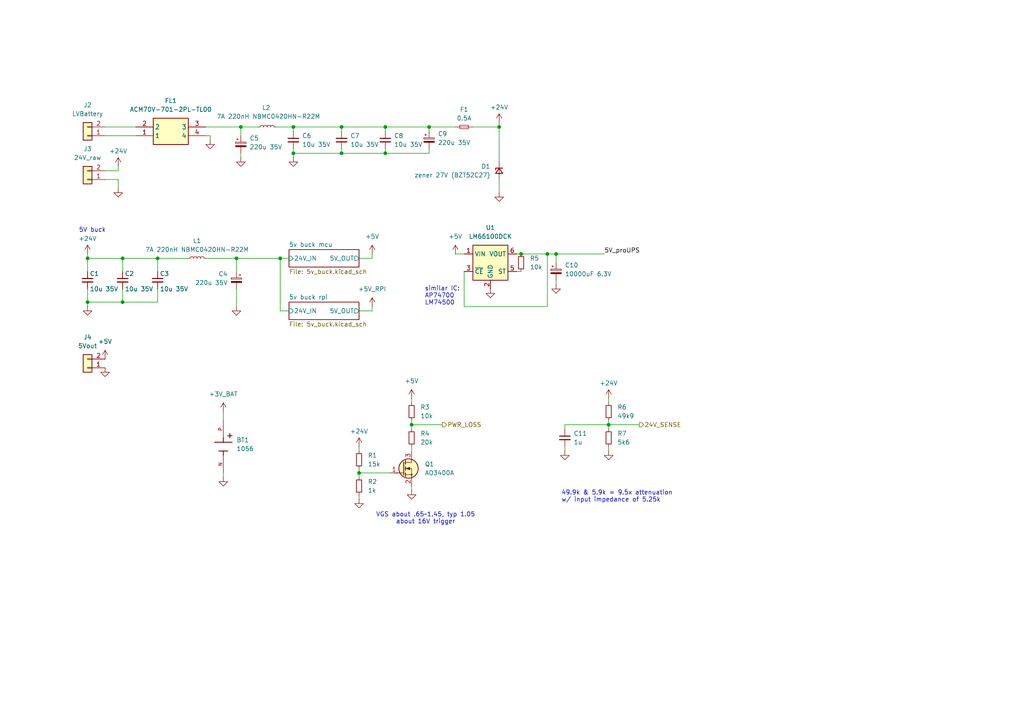
<source format=kicad_sch>
(kicad_sch (version 20250114) (generator "eeschema") (generator_version "9.0")
  (paper "A4")
  (title_block (title "VCU") (date "2025-06-29") (rev "3.0") (company "NTURacing") (comment 1 " 郭哲明 Jack Kuo, Jerrymk, ML Tsou") (comment 2 "Electrical group"))
  (lib_symbols
    (symbol "Connector_Generic:Conn_01x02" (pin_names (offset 1.016) (hide yes))
      (property "Reference" "J" (at 0 2.54 0))
      (property "Value" "Conn_01x02" (at 0 -5.08 0))
      (symbol "Conn_01x02_1_1"
        (rectangle (start -1.27 1.27) (end 1.27 -3.81) (stroke (width 0.254)) (fill (type background)))
        (rectangle (start -1.27 0.127) (end 0 -0.127) (stroke (width 0.1524)))
        (rectangle (start -1.27 -2.413) (end 0 -2.667) (stroke (width 0.1524)))
        (pin passive line (at -5.08 0 0) (length 3.81) (name "Pin_1") (number "1"))
        (pin passive line (at -5.08 -2.54 0) (length 3.81) (name "Pin_2") (number "2"))
      )
    )
    (symbol "Device:C_Polarized_Small" (pin_numbers (hide yes)) (pin_names (offset 0.254) (hide yes))
      (property "Reference" "C" (at 0.254 1.778 0))
      (property "Value" "C_Polarized_Small" (at 0.254 -2.032 0))
      (symbol "C_Polarized_Small_0_1"
        (rectangle (start -1.524 0.6858) (end 1.524 0.3048))
        (rectangle (start -1.524 -0.3048) (end 1.524 -0.6858) (fill (type outline)))
        (polyline (pts (xy -1.27 1.524) (xy -0.762 1.524)))
        (polyline (pts (xy -1.016 1.27) (xy -1.016 1.778)))
      )
      (symbol "C_Polarized_Small_1_1"
        (pin passive line (at 0 2.54 270) (length 1.8542) (name "~") (number "1"))
        (pin passive line (at 0 -2.54 90) (length 1.8542) (name "~") (number "2"))
      )
    )
    (symbol "Device:C_Small" (pin_numbers (hide yes)) (pin_names (offset 0.254) (hide yes))
      (property "Reference" "C" (at 0.254 1.778 0))
      (property "Value" "C_Small" (at 0.254 -2.032 0))
      (symbol "C_Small_0_1"
        (polyline (pts (xy -1.524 0.508) (xy 1.524 0.508)) (stroke (width 0.3048)))
        (polyline (pts (xy -1.524 -0.508) (xy 1.524 -0.508)) (stroke (width 0.3302)))
      )
      (symbol "C_Small_1_1"
        (pin passive line (at 0 2.54 270) (length 2.032) (name "~") (number "1"))
        (pin passive line (at 0 -2.54 90) (length 2.032) (name "~") (number "2"))
      )
    )
    (symbol "Device:D_Zener_Small" (pin_numbers (hide yes)) (pin_names (offset 0.254) (hide yes))
      (property "Reference" "D" (at 0 2.286 0))
      (property "Value" "D_Zener_Small" (at 0 -2.286 0))
      (symbol "D_Zener_Small_0_1"
        (polyline (pts (xy -0.254 1.016) (xy -0.762 1.016) (xy -0.762 -1.016)) (stroke (width 0.254)))
        (polyline (pts (xy 0.762 1.016) (xy -0.762 0) (xy 0.762 -1.016) (xy 0.762 1.016)) (stroke (width 0.254)))
        (polyline (pts (xy 0.762 0) (xy -0.762 0)))
      )
      (symbol "D_Zener_Small_1_1"
        (pin passive line (at -2.54 0 0) (length 1.778) (name "K") (number "1"))
        (pin passive line (at 2.54 0 180) (length 1.778) (name "A") (number "2"))
      )
    )
    (symbol "Device:Fuse_Small" (pin_numbers (hide yes)) (pin_names (offset 0.254) (hide yes))
      (property "Reference" "F" (at 0 -1.524 0))
      (property "Value" "Fuse_Small" (at 0 1.524 0))
      (symbol "Fuse_Small_0_1"
        (rectangle (start -1.27 0.508) (end 1.27 -0.508))
        (polyline (pts (xy -1.27 0) (xy 1.27 0)))
      )
      (symbol "Fuse_Small_1_1"
        (pin passive line (at -2.54 0 0) (length 1.27) (name "~") (number "1"))
        (pin passive line (at 2.54 0 180) (length 1.27) (name "~") (number "2"))
      )
    )
    (symbol "Device:L_Small" (pin_numbers (hide yes)) (pin_names (offset 0.254) (hide yes))
      (property "Reference" "L" (at 0.762 1.016 0))
      (property "Value" "L_Small" (at 0.762 -1.016 0))
      (symbol "L_Small_0_1"
        (arc (start 0 2.032) (mid 0.5058 1.524) (end 0 1.016))
        (arc (start 0 1.016) (mid 0.5058 0.508) (end 0 0))
        (arc (start 0 0) (mid 0.5058 -0.508) (end 0 -1.016))
        (arc (start 0 -1.016) (mid 0.5058 -1.524) (end 0 -2.032))
      )
      (symbol "L_Small_1_1"
        (pin passive line (at 0 2.54 270) (length 0.508) (name "~") (number "1"))
        (pin passive line (at 0 -2.54 90) (length 0.508) (name "~") (number "2"))
      )
    )
    (symbol "Device:R_Small" (pin_numbers (hide yes)) (pin_names (offset 0.254) (hide yes))
      (property "Reference" "R" (at 0.762 0.508 0))
      (property "Value" "R_Small" (at 0.762 -1.016 0))
      (symbol "R_Small_0_1"
        (rectangle (start -0.762 1.778) (end 0.762 -1.778) (stroke (width 0.2032)))
      )
      (symbol "R_Small_1_1"
        (pin passive line (at 0 2.54 270) (length 0.762) (name "~") (number "1"))
        (pin passive line (at 0 -2.54 90) (length 0.762) (name "~") (number "2"))
      )
    )
    (symbol "PCM_Transistor_MOSFET_AKL:AO3400A" (pin_names (hide yes))
      (property "Reference" "Q" (at 5.08 1.27 0))
      (property "Value" "AO3400A" (at 5.08 -1.27 0))
      (symbol "AO3400A_0_1"
        (polyline (pts (xy 0.254 1.905) (xy 0.254 -1.905)) (stroke (width 0.254)))
        (polyline (pts (xy 0.254 -1.27) (xy -2.54 -1.27)))
        (polyline (pts (xy 0.762 2.286) (xy 0.762 1.27)) (stroke (width 0.254)))
        (polyline (pts (xy 0.762 0.508) (xy 0.762 -0.508)) (stroke (width 0.254)))
        (polyline (pts (xy 0.762 -1.27) (xy 0.762 -2.286)) (stroke (width 0.254)))
        (polyline (pts (xy 0.762 -1.778) (xy 2.54 -1.778)))
        (polyline (pts (xy 1.016 0) (xy 2.032 0.381) (xy 2.032 -0.381) (xy 1.016 0)) (fill (type outline)))
        (circle (center 1.651 0) (radius 2.794) (stroke (width 0.254)) (fill (type background)))
        (polyline (pts (xy 2.54 2.54) (xy 2.54 1.778)))
        (polyline (pts (xy 2.54 1.778) (xy 0.762 1.778)))
        (circle (center 2.54 -1.778) (radius 0.1778) (fill (type outline)))
        (polyline (pts (xy 2.54 -2.54) (xy 2.54 0) (xy 0.762 0)))
      )
      (symbol "AO3400A_1_1"
        (pin input line (at -3.81 -1.27 0) (length 2.54) (name "G") (number "1"))
        (pin passive line (at 2.54 5.08 270) (length 2.54) (name "D") (number "3"))
        (pin passive line (at 2.54 -5.08 90) (length 2.54) (name "S") (number "2"))
      )
    )
    (symbol "Power_Management:LM66100DCK"
      (property "Reference" "U" (at -5.08 6.096 0))
      (property "Value" "LM66100DCK" (at 0.254 -6.35 0))
      (symbol "LM66100DCK_0_1"
        (rectangle (start -5.08 5.08) (end 5.08 -5.08) (stroke (width 0.254)) (fill (type background)))
      )
      (symbol "LM66100DCK_1_1"
        (pin power_in line (at -7.62 2.54 0) (length 2.54) (name "VIN") (number "1"))
        (pin input line (at -7.62 -2.54 0) (length 2.54) (name "~{CE}") (number "3"))
        (pin no_connect line (at 0 5.08 270) (length 2.54) (hide yes) (name "NC") (number "4"))
        (pin power_in line (at 0 -7.62 90) (length 2.54) (name "GND") (number "2"))
        (pin power_out line (at 7.62 2.54 180) (length 2.54) (name "VOUT") (number "6"))
        (pin open_collector line (at 7.62 -2.54 180) (length 2.54) (name "ST") (number "5"))
      )
    )
    (symbol "R_Small_1" (pin_numbers (hide yes)) (pin_names (offset 0.254) (hide yes))
      (property "Reference" "R" (at 0 0 90))
      (property "Value" "R_Small" (at 1.778 0 90))
      (symbol "R_Small_1_0_1"
        (rectangle (start -0.762 1.778) (end 0.762 -1.778) (stroke (width 0.2032)))
      )
      (symbol "R_Small_1_1_1"
        (pin passive line (at 0 2.54 270) (length 0.762) (name "~") (number "1"))
        (pin passive line (at 0 -2.54 90) (length 0.762) (name "~") (number "2"))
      )
    )
    (symbol "R_Small_2" (pin_numbers (hide yes)) (pin_names (offset 0.254) (hide yes))
      (property "Reference" "R" (at 0 0 90))
      (property "Value" "R_Small" (at 1.778 0 90))
      (symbol "R_Small_2_0_1"
        (rectangle (start -0.762 1.778) (end 0.762 -1.778) (stroke (width 0.2032)))
      )
      (symbol "R_Small_2_1_1"
        (pin passive line (at 0 2.54 270) (length 0.762) (name "~") (number "1"))
        (pin passive line (at 0 -2.54 90) (length 0.762) (name "~") (number "2"))
      )
    )
    (symbol "R_Small_3" (pin_numbers (hide yes)) (pin_names (offset 0.254) (hide yes))
      (property "Reference" "R" (at 0 0 90))
      (property "Value" "R_Small" (at 1.778 0 90))
      (symbol "R_Small_3_0_1"
        (rectangle (start -0.762 1.778) (end 0.762 -1.778) (stroke (width 0.2032)))
      )
      (symbol "R_Small_3_1_1"
        (pin passive line (at 0 2.54 270) (length 0.762) (name "~") (number "1"))
        (pin passive line (at 0 -2.54 90) (length 0.762) (name "~") (number "2"))
      )
    )
    (symbol "R_Small_4" (pin_numbers (hide yes)) (pin_names (offset 0.254) (hide yes))
      (property "Reference" "R" (at 0 0 90))
      (property "Value" "R_Small" (at 1.778 0 90))
      (symbol "R_Small_4_0_1"
        (rectangle (start -0.762 1.778) (end 0.762 -1.778) (stroke (width 0.2032)))
      )
      (symbol "R_Small_4_1_1"
        (pin passive line (at 0 2.54 270) (length 0.762) (name "~") (number "1"))
        (pin passive line (at 0 -2.54 90) (length 0.762) (name "~") (number "2"))
      )
    )
    (symbol "SamacSys_Parts_EP6:ACM70V-701-2PL-TL00"
      (property "Reference" "FL" (at 16.51 7.62 0))
      (property "Value" "ACM70V-701-2PL-TL00" (at 16.51 5.08 0))
      (symbol "ACM70V-701-2PL-TL00_1_1"
        (rectangle (start 5.08 2.54) (end 15.24 -5.08) (stroke (width 0.254)) (fill (type background)))
        (pin passive line (at 0 0 0) (length 5.08) (name "1") (number "1"))
        (pin passive line (at 0 -2.54 0) (length 5.08) (name "2") (number "2"))
        (pin passive line (at 20.32 0 180) (length 5.08) (name "4") (number "4"))
        (pin passive line (at 20.32 -2.54 180) (length 5.08) (name "3") (number "3"))
      )
    )
    (symbol "nturt_kicad_lib:1056" (pin_names (offset 1.016))
      (property "Reference" "BT" (at -3.81 3.81 0))
      (property "Value" "1056" (at -3.81 -5.08 0))
      (symbol "1056_0_0"
        (polyline (pts (xy -3.81 1.905) (xy -2.54 1.905)) (stroke (width 0.254)))
        (polyline (pts (xy -3.175 2.54) (xy -3.175 1.27)) (stroke (width 0.254)))
        (polyline (pts (xy -1.27 2.54) (xy -1.27 0)) (stroke (width 0.254)))
        (polyline (pts (xy -1.27 0) (xy -2.54 0)) (stroke (width 0.254)))
        (polyline (pts (xy -1.27 0) (xy -1.27 -2.54)) (stroke (width 0.254)))
        (polyline (pts (xy 1.27 1.27) (xy 1.27 0)) (stroke (width 0.254)))
        (polyline (pts (xy 1.27 0) (xy 1.27 -1.27)) (stroke (width 0.254)))
        (polyline (pts (xy 1.27 0) (xy 2.54 0)) (stroke (width 0.254)))
        (pin passive line (at -7.62 0 0) (length 5.08) (name "~") (number "P"))
        (pin passive line (at 7.62 0 180) (length 5.08) (name "~") (number "N"))
      )
    )
    (symbol "power:+24V" (power) (pin_numbers (hide yes)) (pin_names (offset 0) (hide yes))
      (property "Value" "+24V" (at 0 3.556 0))
      (symbol "+24V_0_1"
        (polyline (pts (xy -0.762 1.27) (xy 0 2.54)))
        (polyline (pts (xy 0 2.54) (xy 0.762 1.27)))
        (polyline (pts (xy 0 0) (xy 0 2.54)))
      )
      (symbol "+24V_1_1"
        (pin power_in line (at 0 0 90) (length 0) (name "~") (number "1"))
      )
    )
    (symbol "power:+5V" (power) (pin_numbers (hide yes)) (pin_names (offset 0) (hide yes))
      (property "Value" "+5V" (at 0 3.556 0))
      (symbol "+5V_0_1"
        (polyline (pts (xy -0.762 1.27) (xy 0 2.54)))
        (polyline (pts (xy 0 2.54) (xy 0.762 1.27)))
        (polyline (pts (xy 0 0) (xy 0 2.54)))
      )
      (symbol "+5V_1_1"
        (pin power_in line (at 0 0 90) (length 0) (name "~") (number "1"))
      )
    )
    (symbol "power:GND" (power) (pin_numbers (hide yes)) (pin_names (offset 0) (hide yes))
      (property "Value" "GND" (at 0 -3.81 0))
      (symbol "GND_0_1"
        (polyline (pts (xy 0 0) (xy 0 -1.27) (xy 1.27 -1.27) (xy 0 -2.54) (xy -1.27 -1.27) (xy 0 -1.27)))
      )
      (symbol "GND_1_1"
        (pin power_in line (at 0 0 270) (length 0) (name "~") (number "1"))
      )
    )
  )
  (text "similar IC:\nAP74700\nLM74500" (at 123.19 85.852 0) (effects (font (size 1.27 1.27)) (justify left)))
  (text "5V buck" (at 22.86 67.564 0) (effects (font (size 1.27 1.27)) (justify left bottom)))
  (text "49.9k & 5.9k = 9.5x attenuation \nw/ input impedance of 5.25k" (at 162.814 145.796 0) (effects (font (size 1.27 1.27)) (justify left bottom)))
  (text "VGS about .65~1.45, typ 1.05\nabout 16V trigger" (at 123.444 150.368 0) (effects (font (size 1.27 1.27))))
  (junction (at 68.58 74.93))
  (junction (at 111.76 36.83))
  (junction (at 25.4 87.63))
  (junction (at 99.06 36.83))
  (junction (at 45.72 74.93))
  (junction (at 111.76 44.45))
  (junction (at 161.29 73.66))
  (junction (at 119.38 123.19))
  (junction (at 25.4 74.93))
  (junction (at 81.28 74.93))
  (junction (at 151.13 73.66))
  (junction (at 104.14 137.16))
  (junction (at 85.09 44.45))
  (junction (at 99.06 44.45))
  (junction (at 85.09 36.83))
  (junction (at 144.78 36.83))
  (junction (at 35.56 87.63))
  (junction (at 124.46 36.83))
  (junction (at 69.85 36.83))
  (junction (at 158.75 73.66))
  (junction (at 176.53 123.19))
  (junction (at 35.56 74.93))
  (wire (pts (xy 35.56 74.93) (xy 45.72 74.93)))
  (wire (pts (xy 111.76 44.45) (xy 111.76 43.18)))
  (wire (pts (xy 134.62 78.74) (xy 134.62 88.9)))
  (wire (pts (xy 151.13 73.66) (xy 158.75 73.66)))
  (wire (pts (xy 158.75 88.9) (xy 158.75 73.66)))
  (wire (pts (xy 81.28 74.93) (xy 83.82 74.93)))
  (wire (pts (xy 34.29 52.07) (xy 34.29 54.61)))
  (wire (pts (xy 59.69 36.83) (xy 69.85 36.83)))
  (wire (pts (xy 99.06 38.1) (xy 99.06 36.83)))
  (wire (pts (xy 124.46 36.83) (xy 132.08 36.83)))
  (wire (pts (xy 163.83 124.46) (xy 163.83 123.19)))
  (wire (pts (xy 35.56 87.63) (xy 45.72 87.63)))
  (wire (pts (xy 124.46 36.83) (xy 124.46 38.1)))
  (wire (pts (xy 134.62 88.9) (xy 158.75 88.9)))
  (wire (pts (xy 68.58 83.82) (xy 68.58 88.9)))
  (wire (pts (xy 25.4 74.93) (xy 35.56 74.93)))
  (wire (pts (xy 68.58 74.93) (xy 68.58 78.74)))
  (wire (pts (xy 25.4 83.82) (xy 25.4 87.63)))
  (wire (pts (xy 119.38 123.19) (xy 119.38 124.46)))
  (wire (pts (xy 104.14 90.17) (xy 107.95 90.17)))
  (wire (pts (xy 85.09 38.1) (xy 85.09 36.83)))
  (wire (pts (xy 144.78 35.56) (xy 144.78 36.83)))
  (wire (pts (xy 25.4 87.63) (xy 35.56 87.63)))
  (wire (pts (xy 59.69 74.93) (xy 68.58 74.93)))
  (wire (pts (xy 119.38 115.57) (xy 119.38 116.84)))
  (wire (pts (xy 149.86 73.66) (xy 151.13 73.66)))
  (wire (pts (xy 81.28 74.93) (xy 81.28 90.17)))
  (wire (pts (xy 69.85 39.37) (xy 69.85 36.83)))
  (wire (pts (xy 104.14 74.93) (xy 107.95 74.93)))
  (wire (pts (xy 25.4 88.9) (xy 25.4 87.63)))
  (wire (pts (xy 107.95 88.9) (xy 107.95 90.17)))
  (wire (pts (xy 107.95 73.66) (xy 107.95 74.93)))
  (wire (pts (xy 163.83 123.19) (xy 176.53 123.19)))
  (wire (pts (xy 111.76 44.45) (xy 124.46 44.45)))
  (wire (pts (xy 119.38 129.54) (xy 119.38 130.81)))
  (wire (pts (xy 161.29 73.66) (xy 175.26 73.66)))
  (wire (pts (xy 161.29 82.55) (xy 161.29 81.28)))
  (wire (pts (xy 176.53 121.92) (xy 176.53 123.19)))
  (wire (pts (xy 144.78 46.99) (xy 144.78 36.83)))
  (wire (pts (xy 64.77 137.16) (xy 64.77 138.43)))
  (wire (pts (xy 119.38 123.19) (xy 128.27 123.19)))
  (wire (pts (xy 85.09 36.83) (xy 80.01 36.83)))
  (wire (pts (xy 45.72 78.74) (xy 45.72 74.93)))
  (wire (pts (xy 85.09 45.72) (xy 85.09 44.45)))
  (wire (pts (xy 99.06 36.83) (xy 111.76 36.83)))
  (wire (pts (xy 34.29 48.26) (xy 34.29 49.53)))
  (wire (pts (xy 35.56 78.74) (xy 35.56 74.93)))
  (wire (pts (xy 99.06 44.45) (xy 111.76 44.45)))
  (wire (pts (xy 111.76 36.83) (xy 124.46 36.83)))
  (wire (pts (xy 119.38 121.92) (xy 119.38 123.19)))
  (wire (pts (xy 30.48 36.83) (xy 39.37 36.83)))
  (wire (pts (xy 176.53 129.54) (xy 176.53 130.81)))
  (wire (pts (xy 68.58 74.93) (xy 81.28 74.93)))
  (wire (pts (xy 99.06 44.45) (xy 99.06 43.18)))
  (wire (pts (xy 176.53 123.19) (xy 176.53 124.46)))
  (wire (pts (xy 119.38 142.24) (xy 119.38 140.97)))
  (wire (pts (xy 132.08 73.66) (xy 134.62 73.66)))
  (wire (pts (xy 69.85 36.83) (xy 74.93 36.83)))
  (wire (pts (xy 104.14 137.16) (xy 113.03 137.16)))
  (wire (pts (xy 163.83 129.54) (xy 163.83 130.81)))
  (wire (pts (xy 104.14 135.89) (xy 104.14 137.16)))
  (wire (pts (xy 161.29 76.2) (xy 161.29 73.66)))
  (wire (pts (xy 45.72 83.82) (xy 45.72 87.63)))
  (wire (pts (xy 85.09 44.45) (xy 85.09 43.18)))
  (wire (pts (xy 176.53 123.19) (xy 185.42 123.19)))
  (wire (pts (xy 60.96 39.37) (xy 59.69 39.37)))
  (wire (pts (xy 64.77 119.38) (xy 64.77 121.92)))
  (wire (pts (xy 104.14 129.54) (xy 104.14 130.81)))
  (wire (pts (xy 85.09 36.83) (xy 99.06 36.83)))
  (wire (pts (xy 34.29 49.53) (xy 30.48 49.53)))
  (wire (pts (xy 158.75 73.66) (xy 161.29 73.66)))
  (wire (pts (xy 69.85 45.72) (xy 69.85 44.45)))
  (wire (pts (xy 83.82 90.17) (xy 81.28 90.17)))
  (wire (pts (xy 144.78 55.88) (xy 144.78 52.07)))
  (wire (pts (xy 25.4 73.66) (xy 25.4 74.93)))
  (wire (pts (xy 111.76 38.1) (xy 111.76 36.83)))
  (wire (pts (xy 30.48 39.37) (xy 39.37 39.37)))
  (wire (pts (xy 176.53 116.84) (xy 176.53 115.57)))
  (wire (pts (xy 104.14 144.78) (xy 104.14 143.51)))
  (wire (pts (xy 45.72 74.93) (xy 54.61 74.93)))
  (wire (pts (xy 30.48 52.07) (xy 34.29 52.07)))
  (wire (pts (xy 60.96 40.64) (xy 60.96 39.37)))
  (wire (pts (xy 35.56 83.82) (xy 35.56 87.63)))
  (wire (pts (xy 124.46 44.45) (xy 124.46 43.18)))
  (wire (pts (xy 25.4 78.74) (xy 25.4 74.93)))
  (wire (pts (xy 85.09 44.45) (xy 99.06 44.45)))
  (wire (pts (xy 104.14 138.43) (xy 104.14 137.16)))
  (wire (pts (xy 137.16 36.83) (xy 144.78 36.83)))
  (wire (pts (xy 149.86 78.74) (xy 151.13 78.74)))
  (label "5V_proUPS" (at 175.26 73.66 0))
  (hierarchical_label "24V_SENSE" (shape output) (at 185.42 123.19 0))
  (hierarchical_label "PWR_LOSS" (shape output) (at 128.27 123.19 0))
  (symbol (lib_id "power:+5V") (at 132.08 73.66 0) (mirror y) (unit 1)
    (property "Reference" "#PWR020" (effects (hide yes)))
    (property "Value" "+5V" (at 132.08 68.58 0))
    (property "Description" "Power symbol creates a global label with name \"+5V\"" (effects (hide yes)))
  )
  (symbol (lib_id "Device:D_Zener_Small") (at 144.78 49.53 90) (mirror x) (unit 1)
    (property "Reference" "D1" (at 142.24 48.26 90) (effects (justify left)))
    (property "Value" "zener 27V (BZT52C27)" (at 142.24 50.8 90) (effects (justify left)))
    (property "Footprint" "Diode_SMD:D_SOD-123" (effects (hide yes)))
    (property "Description" "Zener diode, small symbol" (effects (hide yes)))
  )
  (symbol (lib_id "power:GND") (at 64.77 138.43 0) (unit 1)
    (property "Reference" "#PWR010" (effects (hide yes)))
    (property "Value" "GND" (effects (hide yes)))
    (property "Description" "Power symbol creates a global label with name \"GND\" , ground" (effects (hide yes)))
  )
  (symbol (lib_id "Device:C_Polarized_Small") (at 68.58 81.28 0) (mirror y) (unit 1)
    (property "Reference" "C4" (at 66.04 79.4639 0) (effects (justify left)))
    (property "Value" "220u 35V" (at 66.04 82.0039 0) (effects (justify left)))
    (property "Footprint" "Capacitor_THT:CP_Radial_D8.0mm_P3.80mm" (effects (hide yes)))
    (property "Description" "Polarized capacitor, small symbol" (effects (hide yes)))
  )
  (symbol (lib_id "power:GND") (at 68.58 88.9 0) (unit 1)
    (property "Reference" "#PWR011" (effects (hide yes)))
    (property "Value" "GND" (effects (hide yes)))
    (property "Description" "Power symbol creates a global label with name \"GND\" , ground" (effects (hide yes)))
  )
  (symbol (lib_id "Connector_Generic:Conn_01x02") (at 25.4 39.37 180) (unit 1)
    (property "Reference" "J2" (at 25.4 30.48 0))
    (property "Value" "LVBattery" (at 25.4 33.02 0))
    (property "Footprint" "Connector_JST:JST_XH_B2B-XH-A_1x02_P2.50mm_Vertical" (effects (hide yes)))
    (property "Description" "Generic connector, single row, 01x02, script generated (kicad-library-utils/schlib/autogen/connector/)" (effects (hide yes)))
  )
  (symbol (lib_id "power:+24V") (at 34.29 48.26 0) (unit 1)
    (property "Reference" "#PWR06" (effects (hide yes)))
    (property "Value" "+24V" (at 34.29 43.815 0))
    (property "Description" "Power symbol creates a global label with name \"+24V\"" (effects (hide yes)))
  )
  (symbol (lib_id "power:+5V") (at 107.95 88.9 0) (unit 1)
    (property "Reference" "#PWR017" (effects (hide yes)))
    (property "Value" "+5V_RPI" (at 107.95 83.82 0))
    (property "Description" "Power symbol creates a global label with name \"+5V\"" (effects (hide yes)))
  )
  (symbol (lib_id "nturt_kicad_lib:1056") (at 64.77 129.54 270) (unit 1)
    (property "Reference" "BT1" (at 68.58 127.6349 90) (effects (justify left)))
    (property "Value" "1056" (at 68.58 130.1749 90) (effects (justify left)))
    (property "Footprint" "nturt_kicad_lib_EP6:BAT_1056" (effects (hide yes)))
    (property "PARTREV" "D" (effects (hide yes)))
    (property "STANDARD" "Manufacturer Recommendations" (effects (hide yes)))
    (property "SNAPEDA_PN" "1056" (effects (hide yes)))
    (property "MAXIMUM_PACKAGE_HEIGHT" "3.99mm" (effects (hide yes)))
    (property "MANUFACTURER" "Keystone" (effects (hide yes)))
  )
  (symbol (lib_id "Device:C_Small") (at 35.56 81.28 0) (unit 1)
    (property "Reference" "C2" (at 36.195 79.375 0) (effects (justify left)))
    (property "Value" "10u 35V" (at 36.195 83.82 0) (effects (justify left)))
    (property "Footprint" "Capacitor_SMD:C_1206_3216Metric" (effects (hide yes)))
    (property "Description" "Unpolarized capacitor, small symbol" (effects (hide yes)))
  )
  (symbol (lib_id "power:GND") (at 142.24 83.82 0) (unit 1)
    (property "Reference" "#PWR021" (effects (hide yes)))
    (property "Value" "GND" (effects (hide yes)))
    (property "Description" "Power symbol creates a global label with name \"GND\" , ground" (effects (hide yes)))
  )
  (symbol (lib_id "Device:C_Small") (at 163.83 127 0) (unit 1)
    (property "Reference" "C11" (at 166.37 125.73 0) (effects (justify left)))
    (property "Value" "1u" (at 166.37 128.27 0) (effects (justify left)))
    (property "Footprint" "Capacitor_SMD:C_0402_1005Metric" (effects (hide yes)))
    (property "Description" "Unpolarized capacitor, small symbol" (effects (hide yes)))
  )
  (symbol (lib_id "Device:C_Small") (at 85.09 40.64 0) (unit 1)
    (property "Reference" "C6" (at 87.63 39.3762 0) (effects (justify left)))
    (property "Value" "10u 35V" (at 87.63 41.9162 0) (effects (justify left)))
    (property "Footprint" "Capacitor_SMD:C_1206_3216Metric" (effects (hide yes)))
    (property "Description" "Unpolarized capacitor, small symbol" (effects (hide yes)))
  )
  (symbol (lib_id "power:GND") (at 119.38 142.24 0) (unit 1)
    (property "Reference" "#PWR019" (effects (hide yes)))
    (property "Value" "GND" (effects (hide yes)))
    (property "Description" "Power symbol creates a global label with name \"GND\" , ground" (effects (hide yes)))
  )
  (symbol (lib_id "power:+5V") (at 64.77 119.38 0) (mirror y) (unit 1)
    (property "Reference" "#PWR09" (effects (hide yes)))
    (property "Value" "+3V_BAT" (at 64.77 114.3 0))
    (property "Description" "Power symbol creates a global label with name \"+5V\"" (effects (hide yes)))
  )
  (symbol (lib_id "Device:C_Small") (at 45.72 81.28 0) (unit 1)
    (property "Reference" "C3" (at 46.355 79.375 0) (effects (justify left)))
    (property "Value" "10u 35V" (at 46.355 83.82 0) (effects (justify left)))
    (property "Footprint" "Capacitor_SMD:C_1206_3216Metric" (effects (hide yes)))
    (property "Description" "Unpolarized capacitor, small symbol" (effects (hide yes)))
  )
  (symbol (lib_id "power:+24V") (at 144.78 35.56 0) (unit 1)
    (property "Reference" "#PWR022" (effects (hide yes)))
    (property "Value" "+24V" (at 144.78 31.115 0))
    (property "Description" "Power symbol creates a global label with name \"+24V\"" (effects (hide yes)))
  )
  (symbol (lib_id "power:+5V") (at 119.38 115.57 0) (unit 1)
    (property "Reference" "#PWR018" (effects (hide yes)))
    (property "Value" "+5V" (at 119.38 110.49 0))
    (property "Description" "Power symbol creates a global label with name \"+5V\"" (effects (hide yes)))
  )
  (symbol (lib_id "Connector_Generic:Conn_01x02") (at 25.4 106.68 180) (unit 1)
    (property "Reference" "J4" (at 25.4 97.79 0))
    (property "Value" "5Vout" (at 25.4 100.33 0))
    (property "Footprint" "Connector_JST:JST_XH_B2B-XH-A_1x02_P2.50mm_Vertical" (effects (hide yes)))
    (property "Description" "Generic connector, single row, 01x02, script generated (kicad-library-utils/schlib/autogen/connector/)" (effects (hide yes)))
  )
  (symbol (lib_id "SamacSys_Parts_EP6:ACM70V-701-2PL-TL00") (at 39.37 39.37 0) (mirror x) (unit 1)
    (property "Reference" "FL1" (at 49.53 29.21 0))
    (property "Value" "ACM70V-701-2PL-TL00" (at 49.53 31.75 0))
    (property "Footprint" "nturt_kicad_lib_EP7:Common_Mode_Choke_4A_ACM70V7012PLTL00" (effects (hide yes)))
    (property "Datasheet" "https://product.tdk.com/system/files/dam/doc/product/emc/emc/cmf_cmc/datasheets/cmf_automotive_power_acm70v_en.pdf" (effects (hide yes)))
    (property "Description" "Common Mode Choke 700R 4A R015 SMD TDK ACM-V Series Shielded SMD Common Mode Line Filter with a Ferrite Core, Wire-Wound 4A Idc" (effects (hide yes)))
    (property "Height" "3" (effects (hide yes)))
    (property "Mouser Part Number" "810-ACM70V7012PLTL00" (effects (hide yes)))
    (property "Mouser Price/Stock" "https://www.mouser.co.uk/ProductDetail/TDK/ACM70V-701-2PL-TL00?qs=YvrHl8DOVkzRE2uVQ82ErQ%3D%3D" (effects (hide yes)))
    (property "Manufacturer_Name" "TDK" (effects (hide yes)))
    (property "Manufacturer_Part_Number" "ACM70V-701-2PL-TL00" (effects (hide yes)))
  )
  (symbol (lib_id "PCM_Transistor_MOSFET_AKL:AO3400A") (at 116.84 135.89 0) (unit 1)
    (property "Reference" "Q1" (at 123.19 134.6199 0) (effects (justify left)))
    (property "Value" "AO3400A" (at 123.19 137.1599 0) (effects (justify left)))
    (property "Footprint" "Package_TO_SOT_SMD:SOT-23" (effects (hide yes)))
    (property "Datasheet" "https://www.tme.eu/Document/d4ede4a51fd4cb2a092d6e1960f91635/AO3400A.pdf" (effects (hide yes)))
    (property "Description" "SOT-23 N-MOSFET enchancement mode transistor, 30V, 5.7A, 1.4W, Alternate KiCAD Library" (effects (hide yes)))
  )
  (symbol (lib_name "R_Small_1") (lib_id "Device:R_Small") (at 104.14 133.35 0) (unit 1)
    (property "Reference" "R1" (at 106.68 132.0799 0) (effects (justify left)))
    (property "Value" "15k" (at 106.68 134.6199 0) (effects (justify left)))
    (property "Footprint" "Resistor_SMD:R_0402_1005Metric" (effects (hide yes)))
    (property "Description" "Resistor, small symbol" (effects (hide yes)))
  )
  (symbol (lib_id "Device:Fuse_Small") (at 134.62 36.83 0) (unit 1)
    (property "Reference" "F1" (at 134.62 31.75 0))
    (property "Value" "0.5A" (at 134.62 34.29 0))
    (property "Footprint" "Fuse:Fuse_1206_3216Metric" (effects (hide yes)))
    (property "Description" "Fuse, small symbol" (effects (hide yes)))
  )
  (symbol (lib_id "power:GND") (at 144.78 55.88 0) (unit 1)
    (property "Reference" "#PWR023" (effects (hide yes)))
    (property "Value" "GND" (effects (hide yes)))
    (property "Description" "Power symbol creates a global label with name \"GND\" , ground" (effects (hide yes)))
  )
  (symbol (lib_id "power:GND") (at 25.4 88.9 0) (unit 1)
    (property "Reference" "#PWR03" (effects (hide yes)))
    (property "Value" "GND" (effects (hide yes)))
    (property "Description" "Power symbol creates a global label with name \"GND\" , ground" (effects (hide yes)))
  )
  (symbol (lib_id "Device:C_Polarized_Small") (at 69.85 41.91 0) (unit 1)
    (property "Reference" "C5" (at 72.39 40.0938 0) (effects (justify left)))
    (property "Value" "220u 35V" (at 72.39 42.6338 0) (effects (justify left)))
    (property "Footprint" "Capacitor_THT:CP_Radial_D8.0mm_P3.80mm" (effects (hide yes)))
    (property "Description" "Polarized capacitor, small symbol" (effects (hide yes)))
  )
  (symbol (lib_id "Device:L_Small") (at 57.15 74.93 90) (unit 1)
    (property "Reference" "L1" (at 57.15 69.85 90))
    (property "Value" "7A 220nH NBMC0420HN-R22M" (at 57.15 72.39 90))
    (property "Footprint" "Inductor_SMD:L_Ferrocore_DLG-0403" (effects (hide yes)))
    (property "Description" "Inductor, small symbol" (effects (hide yes)))
  )
  (symbol (lib_id "power:GND") (at 85.09 45.72 0) (unit 1)
    (property "Reference" "#PWR013" (effects (hide yes)))
    (property "Value" "GND" (effects (hide yes)))
    (property "Description" "Power symbol creates a global label with name \"GND\" , ground" (effects (hide yes)))
  )
  (symbol (lib_id "Device:C_Small") (at 25.4 81.28 0) (unit 1)
    (property "Reference" "C1" (at 26.035 79.375 0) (effects (justify left)))
    (property "Value" "10u 35V" (at 26.035 83.82 0) (effects (justify left)))
    (property "Footprint" "Capacitor_SMD:C_1206_3216Metric" (effects (hide yes)))
    (property "Description" "Unpolarized capacitor, small symbol" (effects (hide yes)))
  )
  (symbol (lib_id "power:+24V") (at 25.4 73.66 0) (unit 1)
    (property "Reference" "#PWR02" (effects (hide yes)))
    (property "Value" "+24V" (at 25.4 69.215 0))
    (property "Description" "Power symbol creates a global label with name \"+24V\"" (effects (hide yes)))
  )
  (symbol (lib_id "power:+24V") (at 176.53 115.57 0) (unit 1)
    (property "Reference" "#PWR026" (effects (hide yes)))
    (property "Value" "+24V" (at 176.53 111.125 0))
    (property "Description" "Power symbol creates a global label with name \"+24V\"" (effects (hide yes)))
  )
  (symbol (lib_id "Power_Management:LM66100DCK") (at 142.24 76.2 0) (unit 1)
    (property "Reference" "U1" (at 142.24 66.04 0))
    (property "Value" "LM66100DCK" (at 142.24 68.58 0))
    (property "Footprint" "Package_TO_SOT_SMD:SOT-363_SC-70-6" (effects (hide yes)))
    (property "Datasheet" "https://www.ti.com/lit/ds/symlink/lm66100.pdf" (effects (hide yes)))
    (property "Description" "Ideal Diode With Input Polarity Protection 1.5 - 5.5V  Input Voltage, 1.5A Output Current, Ron 141 mOhm, SC-70-6" (effects (hide yes)))
  )
  (symbol (lib_id "power:GND") (at 176.53 130.81 0) (unit 1)
    (property "Reference" "#PWR027" (effects (hide yes)))
    (property "Value" "GND" (effects (hide yes)))
    (property "Description" "Power symbol creates a global label with name \"GND\" , ground" (effects (hide yes)))
  )
  (symbol (lib_id "Device:C_Polarized_Small") (at 124.46 40.64 0) (unit 1)
    (property "Reference" "C9" (at 127 38.8238 0) (effects (justify left)))
    (property "Value" "220u 35V" (at 127 41.3638 0) (effects (justify left)))
    (property "Footprint" "Capacitor_THT:CP_Radial_D8.0mm_P3.80mm" (effects (hide yes)))
    (property "Description" "Polarized capacitor, small symbol" (effects (hide yes)))
  )
  (symbol (lib_id "power:GND") (at 60.96 40.64 0) (unit 1)
    (property "Reference" "#PWR08" (effects (hide yes)))
    (property "Value" "GND" (effects (hide yes)))
    (property "Description" "Power symbol creates a global label with name \"GND\" , ground" (effects (hide yes)))
  )
  (symbol (lib_id "Device:R_Small") (at 119.38 119.38 0) (unit 1)
    (property "Reference" "R3" (at 121.92 118.1099 0) (effects (justify left)))
    (property "Value" "10k" (at 121.92 120.6499 0) (effects (justify left)))
    (property "Footprint" "Resistor_SMD:R_0402_1005Metric" (effects (hide yes)))
    (property "Description" "Resistor, small symbol" (effects (hide yes)))
  )
  (symbol (lib_name "R_Small_2") (lib_id "Device:R_Small") (at 104.14 140.97 0) (unit 1)
    (property "Reference" "R2" (at 106.68 139.6999 0) (effects (justify left)))
    (property "Value" "1k" (at 106.68 142.2399 0) (effects (justify left)))
    (property "Footprint" "Resistor_SMD:R_0402_1005Metric" (effects (hide yes)))
    (property "Description" "Resistor, small symbol" (effects (hide yes)))
  )
  (symbol (lib_id "power:GND") (at 104.14 144.78 0) (unit 1)
    (property "Reference" "#PWR015" (effects (hide yes)))
    (property "Value" "GND" (effects (hide yes)))
    (property "Description" "Power symbol creates a global label with name \"GND\" , ground" (effects (hide yes)))
  )
  (symbol (lib_id "power:GND") (at 69.85 45.72 0) (unit 1)
    (property "Reference" "#PWR012" (effects (hide yes)))
    (property "Value" "GND" (effects (hide yes)))
    (property "Description" "Power symbol creates a global label with name \"GND\" , ground" (effects (hide yes)))
  )
  (symbol (lib_id "power:+5V") (at 30.48 104.14 0) (unit 1)
    (property "Reference" "#PWR04" (effects (hide yes)))
    (property "Value" "+5V" (at 30.48 99.06 0))
    (property "Description" "Power symbol creates a global label with name \"+5V\"" (effects (hide yes)))
  )
  (symbol (lib_id "Device:L_Small") (at 77.47 36.83 90) (unit 1)
    (property "Reference" "L2" (at 77.216 31.242 90))
    (property "Value" "7A 220nH NBMC0420HN-R22M" (at 77.851 33.782 90))
    (property "Footprint" "Inductor_SMD:L_Ferrocore_DLG-0403" (effects (hide yes)))
    (property "Description" "Inductor, small symbol" (effects (hide yes)))
  )
  (symbol (lib_id "Device:R_Small") (at 119.38 127 0) (unit 1)
    (property "Reference" "R4" (at 121.92 125.7299 0) (effects (justify left)))
    (property "Value" "20k" (at 121.92 128.2699 0) (effects (justify left)))
    (property "Footprint" "Resistor_SMD:R_0402_1005Metric" (effects (hide yes)))
    (property "Description" "Resistor, small symbol" (effects (hide yes)))
  )
  (symbol (lib_id "Connector_Generic:Conn_01x02") (at 25.4 52.07 180) (unit 1)
    (property "Reference" "J3" (at 25.4 43.18 0))
    (property "Value" "24V_raw" (at 25.4 45.72 0))
    (property "Footprint" "Connector_JST:JST_XH_B2B-XH-A_1x02_P2.50mm_Vertical" (effects (hide yes)))
    (property "Description" "Generic connector, single row, 01x02, script generated (kicad-library-utils/schlib/autogen/connector/)" (effects (hide yes)))
  )
  (symbol (lib_id "Device:C_Small") (at 99.06 40.64 0) (unit 1)
    (property "Reference" "C7" (at 101.6 39.3762 0) (effects (justify left)))
    (property "Value" "10u 35V" (at 101.6 41.9162 0) (effects (justify left)))
    (property "Footprint" "Capacitor_SMD:C_1206_3216Metric" (effects (hide yes)))
    (property "Description" "Unpolarized capacitor, small symbol" (effects (hide yes)))
  )
  (symbol (lib_id "power:GND") (at 34.29 54.61 0) (unit 1)
    (property "Reference" "#PWR07" (effects (hide yes)))
    (property "Value" "GND" (effects (hide yes)))
    (property "Description" "Power symbol creates a global label with name \"GND\" , ground" (effects (hide yes)))
  )
  (symbol (lib_id "power:GND") (at 161.29 82.55 0) (unit 1)
    (property "Reference" "#PWR024" (effects (hide yes)))
    (property "Value" "GND" (effects (hide yes)))
    (property "Description" "Power symbol creates a global label with name \"GND\" , ground" (effects (hide yes)))
  )
  (symbol (lib_id "Device:C_Polarized_Small") (at 161.29 78.74 0) (unit 1)
    (property "Reference" "C10" (at 163.83 76.9238 0) (effects (justify left)))
    (property "Value" "10000uF 6.3V" (at 163.83 79.4638 0) (effects (justify left)))
    (property "Footprint" "Capacitor_THT:CP_Radial_D10.0mm_P5.00mm" (effects (hide yes)))
    (property "Description" "Polarized capacitor, small symbol" (effects (hide yes)))
  )
  (symbol (lib_id "power:GND") (at 163.83 130.81 0) (unit 1)
    (property "Reference" "#PWR025" (effects (hide yes)))
    (property "Value" "GND" (effects (hide yes)))
    (property "Description" "Power symbol creates a global label with name \"GND\" , ground" (effects (hide yes)))
  )
  (symbol (lib_id "Device:C_Small") (at 111.76 40.64 0) (unit 1)
    (property "Reference" "C8" (at 114.3 39.3762 0) (effects (justify left)))
    (property "Value" "10u 35V" (at 114.3 41.9162 0) (effects (justify left)))
    (property "Footprint" "Capacitor_SMD:C_1206_3216Metric" (effects (hide yes)))
    (property "Description" "Unpolarized capacitor, small symbol" (effects (hide yes)))
  )
  (symbol (lib_name "R_Small_4") (lib_id "Device:R_Small") (at 176.53 119.38 0) (unit 1)
    (property "Reference" "R6" (at 179.07 118.11 0) (effects (justify left)))
    (property "Value" "49k9" (at 179.07 120.65 0) (effects (justify left)))
    (property "Footprint" "Resistor_SMD:R_0402_1005Metric" (effects (hide yes)))
    (property "Description" "Resistor, small symbol" (effects (hide yes)))
  )
  (symbol (lib_id "power:GND") (at 30.48 106.68 0) (unit 1)
    (property "Reference" "#PWR05" (effects (hide yes)))
    (property "Value" "GND" (effects (hide yes)))
    (property "Description" "Power symbol creates a global label with name \"GND\" , ground" (effects (hide yes)))
  )
  (symbol (lib_id "power:+5V") (at 107.95 73.66 0) (unit 1)
    (property "Reference" "#PWR016" (effects (hide yes)))
    (property "Value" "+5V" (at 107.95 68.58 0))
    (property "Description" "Power symbol creates a global label with name \"+5V\"" (effects (hide yes)))
  )
  (symbol (lib_id "Device:R_Small") (at 151.13 76.2 0) (unit 1)
    (property "Reference" "R5" (at 153.67 74.9299 0) (effects (justify left)))
    (property "Value" "10k" (at 153.67 77.4699 0) (effects (justify left)))
    (property "Footprint" "Resistor_SMD:R_0402_1005Metric" (effects (hide yes)))
    (property "Description" "Resistor, small symbol" (effects (hide yes)))
  )
  (symbol (lib_name "R_Small_3") (lib_id "Device:R_Small") (at 176.53 127 0) (unit 1)
    (property "Reference" "R7" (at 179.07 125.73 0) (effects (justify left)))
    (property "Value" "5k6" (at 179.07 128.27 0) (effects (justify left)))
    (property "Footprint" "Resistor_SMD:R_0402_1005Metric" (effects (hide yes)))
    (property "Description" "Resistor, small symbol" (effects (hide yes)))
  )
  (symbol (lib_id "power:+24V") (at 104.14 129.54 0) (unit 1)
    (property "Reference" "#PWR014" (effects (hide yes)))
    (property "Value" "+24V" (at 104.14 125.095 0))
    (property "Description" "Power symbol creates a global label with name \"+24V\"" (effects (hide yes)))
  )
  (sheet (at 83.82 72.39) (size 20.32 5.08) (stroke (width 0.1524))
    (property "Sheetname" "5v buck mcu" (at 83.82 71.6784 0) (effects (justify left bottom)))
    (property "Sheetfile" "5v_buck.kicad_sch" (at 83.82 78.0546 0) (effects (justify left top)))
    (pin "5V_OUT" output (at 104.14 74.93 0))
    (pin "24V_IN" input (at 83.82 74.93 180))
  )
  (sheet (at 83.82 87.63) (size 20.32 5.08) (stroke (width 0.1524))
    (property "Sheetname" "5v buck rpi" (at 83.82 86.9184 0) (effects (justify left bottom)))
    (property "Sheetfile" "5v_buck.kicad_sch" (at 83.82 93.2946 0) (effects (justify left top)))
    (pin "5V_OUT" output (at 104.14 90.17 0))
    (pin "24V_IN" input (at 83.82 90.17 180))
  )
)
</source>
